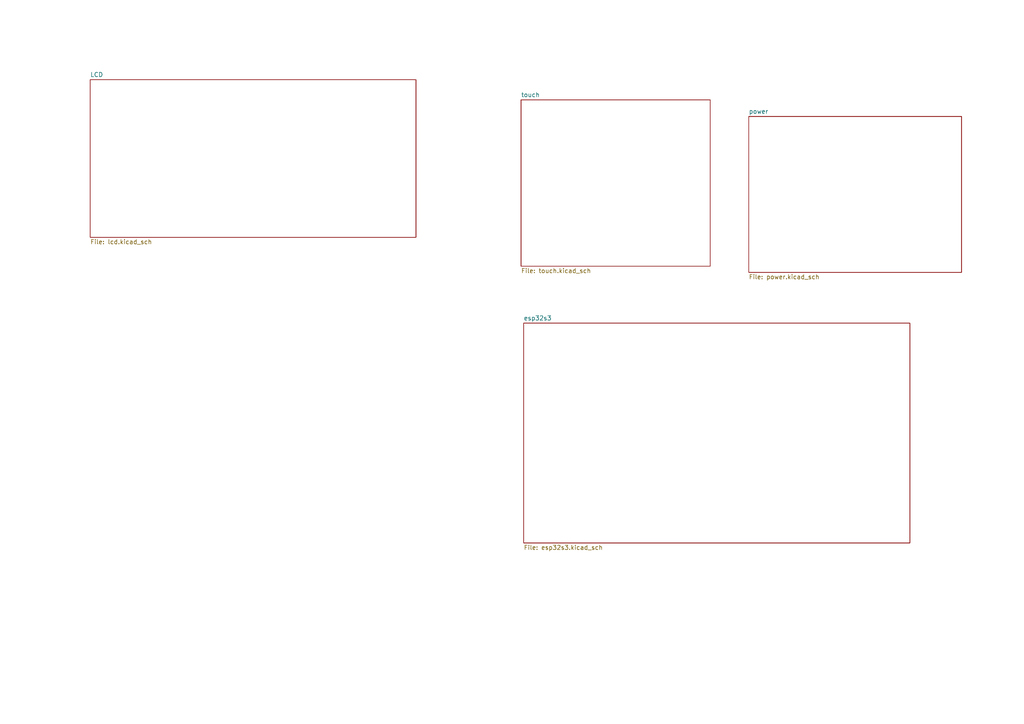
<source format=kicad_sch>
(kicad_sch (version 20230121) (generator eeschema)
  (paper "A4")
  (title_block (title "IoThermostat") (rev "1.0") (comment 1 "Placa para Cronotermostato y Desarrollo"))
  (lib_symbols)
  (sheet (at 151.892 93.726) (size 112.014 63.754) (stroke (width 0.1524))
    (property "Sheetname" "esp32s3" (at 151.892 93.0144 0) (effects (justify left bottom)))
    (property "Sheetfile" "esp32s3.kicad_sch" (at 151.892 158.0646 0) (effects (justify left top)))
  )
  (sheet (at 151.13 28.956) (size 54.864 48.26) (stroke (width 0.1524))
    (property "Sheetname" "touch" (at 151.13 28.2444 0) (effects (justify left bottom)))
    (property "Sheetfile" "touch.kicad_sch" (at 151.13 77.8006 0) (effects (justify left top)))
  )
  (sheet (at 217.17 33.782) (size 61.722 45.212) (stroke (width 0.1524))
    (property "Sheetname" "power" (at 217.17 33.0704 0) (effects (justify left bottom)))
    (property "Sheetfile" "power.kicad_sch" (at 217.17 79.5786 0) (effects (justify left top)))
  )
  (sheet (at 26.162 23.114) (size 94.488 45.72) (stroke (width 0.1524))
    (property "Sheetname" "LCD" (at 26.162 22.4024 0) (effects (justify left bottom)))
    (property "Sheetfile" "lcd.kicad_sch" (at 26.162 69.4186 0) (effects (justify left top)))
  )
)
</source>
